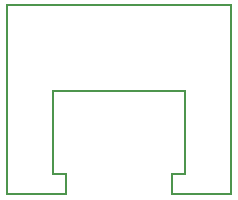
<source format=gko>
G04*
G04 Format:               Gerber RS-274X*
G04 Export Settings:      OSH Park*
G04 Layer:                BoardOutline*
G04 This File Name:       multiout.gko*
G04 Source File Name:     multiout.rrb*
G04 Unique ID:            f070ccaf-7153-4cd8-b911-aa9a0e54cd1d*
G04 Generated Date:       Monday, 19 February 2018 14:41:45*
G04*
G04 Created Using:        Robot Room Copper Connection v3.0.5875*
G04 Software Contact:     http://www.robotroom.com/CopperConnection/Support.aspx*
G04 License Number:       1880*
G04*
G04 Zero Suppression:     Leading*
G04 Number Precision:     2.4*
G04*
%FSLAX24Y24*%
%MOIN*%
%LNBoardEdge*%
%ADD10R,.007X.007*%
D10*
G01X0Y6299D02*
X7480D01*
Y0D01*
X5512D01*
Y687D01*
X5939D01*
Y3425D01*
X1545D01*
Y687D01*
X1969D01*
Y0D01*
X0D01*
Y6299D01*
M02*

</source>
